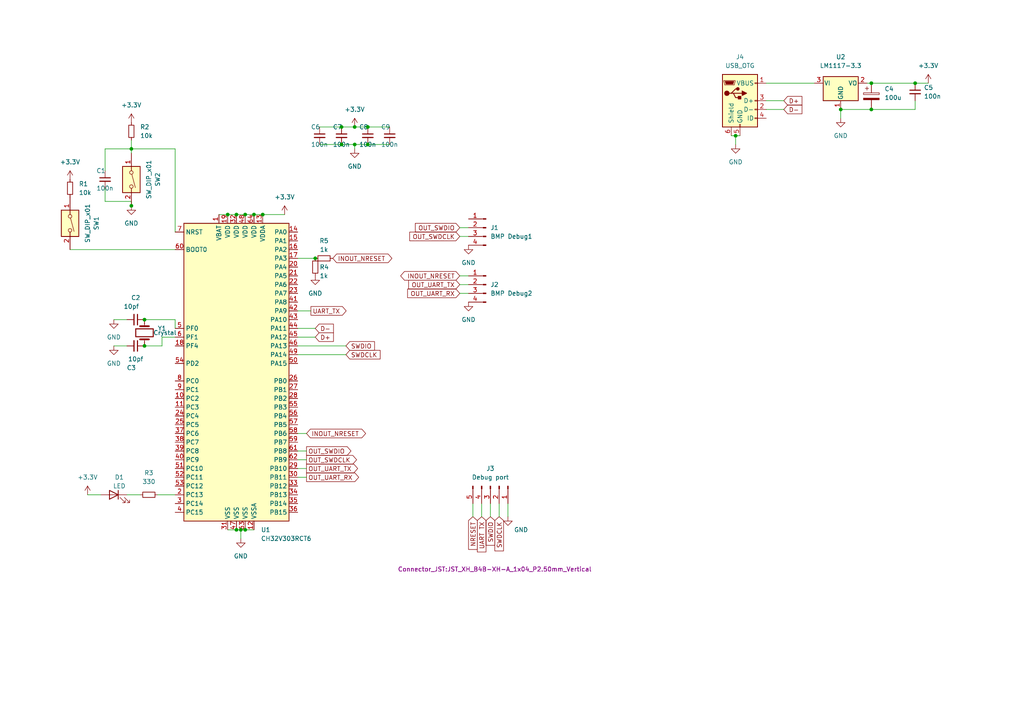
<source format=kicad_sch>
(kicad_sch (version 20230409) (generator eeschema)
  (paper "A4")
  (lib_symbols
    (symbol "Connector:Conn_01x04_Male" (pin_names (offset 1.016) hide)
      (property "Reference" "J" (at 0 5.08 0))
      (property "Value" "Conn_01x04_Male" (at 0 -7.62 0))
      (symbol "Conn_01x04_Male_1_1"
        (polyline (pts (xy 1.27 -5.08) (xy 0.8636 -5.08)) (stroke (width 0.1524)))
        (polyline (pts (xy 1.27 -2.54) (xy 0.8636 -2.54)) (stroke (width 0.1524)))
        (polyline (pts (xy 1.27 0) (xy 0.8636 0)) (stroke (width 0.1524)))
        (polyline (pts (xy 1.27 2.54) (xy 0.8636 2.54)) (stroke (width 0.1524)))
        (rectangle (start 0.8636 -4.953) (end 0 -5.207) (stroke (width 0.1524)) (fill (type outline)))
        (rectangle (start 0.8636 -2.413) (end 0 -2.667) (stroke (width 0.1524)) (fill (type outline)))
        (rectangle (start 0.8636 0.127) (end 0 -0.127) (stroke (width 0.1524)) (fill (type outline)))
        (rectangle (start 0.8636 2.667) (end 0 2.413) (stroke (width 0.1524)) (fill (type outline)))
        (pin passive line (at 5.08 2.54 180) (length 3.81) (name "Pin_1") (number "1"))
        (pin passive line (at 5.08 0 180) (length 3.81) (name "Pin_2") (number "2"))
        (pin passive line (at 5.08 -2.54 180) (length 3.81) (name "Pin_3") (number "3"))
        (pin passive line (at 5.08 -5.08 180) (length 3.81) (name "Pin_4") (number "4"))
      )
    )
    (symbol "Connector:Conn_01x05_Male" (pin_names (offset 1.016) hide)
      (property "Reference" "J" (at 0 7.62 0))
      (property "Value" "Conn_01x05_Male" (at 0 -7.62 0))
      (symbol "Conn_01x05_Male_1_1"
        (polyline (pts (xy 1.27 -5.08) (xy 0.8636 -5.08)) (stroke (width 0.1524)))
        (polyline (pts (xy 1.27 -2.54) (xy 0.8636 -2.54)) (stroke (width 0.1524)))
        (polyline (pts (xy 1.27 0) (xy 0.8636 0)) (stroke (width 0.1524)))
        (polyline (pts (xy 1.27 2.54) (xy 0.8636 2.54)) (stroke (width 0.1524)))
        (polyline (pts (xy 1.27 5.08) (xy 0.8636 5.08)) (stroke (width 0.1524)))
        (rectangle (start 0.8636 -4.953) (end 0 -5.207) (stroke (width 0.1524)) (fill (type outline)))
        (rectangle (start 0.8636 -2.413) (end 0 -2.667) (stroke (width 0.1524)) (fill (type outline)))
        (rectangle (start 0.8636 0.127) (end 0 -0.127) (stroke (width 0.1524)) (fill (type outline)))
        (rectangle (start 0.8636 2.667) (end 0 2.413) (stroke (width 0.1524)) (fill (type outline)))
        (rectangle (start 0.8636 5.207) (end 0 4.953) (stroke (width 0.1524)) (fill (type outline)))
        (pin passive line (at 5.08 5.08 180) (length 3.81) (name "Pin_1") (number "1"))
        (pin passive line (at 5.08 2.54 180) (length 3.81) (name "Pin_2") (number "2"))
        (pin passive line (at 5.08 0 180) (length 3.81) (name "Pin_3") (number "3"))
        (pin passive line (at 5.08 -2.54 180) (length 3.81) (name "Pin_4") (number "4"))
        (pin passive line (at 5.08 -5.08 180) (length 3.81) (name "Pin_5") (number "5"))
      )
    )
    (symbol "Connector:USB_OTG" (pin_names (offset 1.016))
      (property "Reference" "J" (at -5.08 11.43 0))
      (property "Value" "USB_OTG" (at -5.08 8.89 0))
      (symbol "USB_OTG_0_1"
        (rectangle (start -5.08 -7.62) (end 5.08 7.62) (stroke (width 0.254)) (fill (type background)))
        (circle (center -3.81 2.159) (radius 0.635) (stroke (width 0.254)) (fill (type outline)))
        (circle (center -0.635 3.429) (radius 0.381) (stroke (width 0.254)) (fill (type outline)))
        (rectangle (start -0.127 -7.62) (end 0.127 -6.858))
        (polyline (pts (xy -1.905 2.159) (xy 0.635 2.159)) (stroke (width 0.254)))
        (polyline (pts (xy -3.175 2.159) (xy -2.54 2.159) (xy -1.27 3.429) (xy -0.635 3.429)) (stroke (width 0.254)))
        (polyline (pts (xy -2.54 2.159) (xy -1.905 2.159) (xy -1.27 0.889) (xy 0 0.889)) (stroke (width 0.254)))
        (polyline (pts (xy 0.635 2.794) (xy 0.635 1.524) (xy 1.905 2.159) (xy 0.635 2.794)) (stroke (width 0.254)) (fill (type outline)))
        (polyline (pts (xy -4.318 5.588) (xy -1.778 5.588) (xy -2.032 4.826) (xy -4.064 4.826) (xy -4.318 5.588)) (fill (type outline)))
        (polyline (pts (xy -4.699 5.842) (xy -4.699 5.588) (xy -4.445 4.826) (xy -4.445 4.572) (xy -1.651 4.572) (xy -1.651 4.826) (xy -1.397 5.588) (xy -1.397 5.842) (xy -4.699 5.842)))
        (rectangle (start 0.254 1.27) (end -0.508 0.508) (stroke (width 0.254)) (fill (type outline)))
        (rectangle (start 5.08 -5.207) (end 4.318 -4.953))
        (rectangle (start 5.08 -2.667) (end 4.318 -2.413))
        (rectangle (start 5.08 -0.127) (end 4.318 0.127))
        (rectangle (start 5.08 4.953) (end 4.318 5.207))
      )
      (symbol "USB_OTG_1_1"
        (pin passive line (at 7.62 5.08 180) (length 2.54) (name "VBUS") (number "1"))
        (pin bidirectional line (at 7.62 -2.54 180) (length 2.54) (name "D-") (number "2"))
        (pin bidirectional line (at 7.62 0 180) (length 2.54) (name "D+") (number "3"))
        (pin passive line (at 7.62 -5.08 180) (length 2.54) (name "ID") (number "4"))
        (pin passive line (at 0 -10.16 90) (length 2.54) (name "GND") (number "5"))
        (pin passive line (at -2.54 -10.16 90) (length 2.54) (name "Shield") (number "6"))
      )
    )
    (symbol "Device:C_Polarized" (pin_numbers hide) (pin_names (offset 0.254))
      (property "Reference" "C" (at 0.635 2.54 0))
      (property "Value" "C_Polarized" (at 0.635 -2.54 0))
      (symbol "C_Polarized_0_1"
        (rectangle (start -2.286 0.508) (end 2.286 1.016))
        (polyline (pts (xy -1.778 2.286) (xy -0.762 2.286)))
        (polyline (pts (xy -1.27 2.794) (xy -1.27 1.778)))
        (rectangle (start 2.286 -0.508) (end -2.286 -1.016) (fill (type outline)))
      )
      (symbol "C_Polarized_1_1"
        (pin passive line (at 0 3.81 270) (length 2.794) (name "~") (number "1"))
        (pin passive line (at 0 -3.81 90) (length 2.794) (name "~") (number "2"))
      )
    )
    (symbol "Device:C_Small" (pin_numbers hide) (pin_names (offset 0.254) hide)
      (property "Reference" "C" (at 0.254 1.778 0))
      (property "Value" "C_Small" (at 0.254 -2.032 0))
      (symbol "C_Small_0_1"
        (polyline (pts (xy -1.524 -0.508) (xy 1.524 -0.508)) (stroke (width 0.3302)))
        (polyline (pts (xy -1.524 0.508) (xy 1.524 0.508)) (stroke (width 0.3048)))
      )
      (symbol "C_Small_1_1"
        (pin passive line (at 0 2.54 270) (length 2.032) (name "~") (number "1"))
        (pin passive line (at 0 -2.54 90) (length 2.032) (name "~") (number "2"))
      )
    )
    (symbol "Device:Crystal" (pin_numbers hide) (pin_names (offset 1.016) hide)
      (property "Reference" "Y" (at 0 3.81 0))
      (property "Value" "Crystal" (at 0 -3.81 0))
      (symbol "Crystal_0_1"
        (rectangle (start -1.143 2.54) (end 1.143 -2.54) (stroke (width 0.3048)))
        (polyline (pts (xy -2.54 0) (xy -1.905 0)))
        (polyline (pts (xy -1.905 -1.27) (xy -1.905 1.27)) (stroke (width 0.508)))
        (polyline (pts (xy 1.905 -1.27) (xy 1.905 1.27)) (stroke (width 0.508)))
        (polyline (pts (xy 2.54 0) (xy 1.905 0)))
      )
      (symbol "Crystal_1_1"
        (pin passive line (at -3.81 0 0) (length 1.27) (name "1") (number "1"))
        (pin passive line (at 3.81 0 180) (length 1.27) (name "2") (number "2"))
      )
    )
    (symbol "Device:LED" (pin_numbers hide) (pin_names (offset 1.016) hide)
      (property "Reference" "D" (at 0 2.54 0))
      (property "Value" "LED" (at 0 -2.54 0))
      (symbol "LED_0_1"
        (polyline (pts (xy -1.27 -1.27) (xy -1.27 1.27)) (stroke (width 0.254)))
        (polyline (pts (xy -1.27 0) (xy 1.27 0)))
        (polyline (pts (xy 1.27 -1.27) (xy 1.27 1.27) (xy -1.27 0) (xy 1.27 -1.27)) (stroke (width 0.254)))
        (polyline (pts (xy -3.048 -0.762) (xy -4.572 -2.286) (xy -3.81 -2.286) (xy -4.572 -2.286) (xy -4.572 -1.524)))
        (polyline (pts (xy -1.778 -0.762) (xy -3.302 -2.286) (xy -2.54 -2.286) (xy -3.302 -2.286) (xy -3.302 -1.524)))
      )
      (symbol "LED_1_1"
        (pin passive line (at -3.81 0 0) (length 2.54) (name "K") (number "1"))
        (pin passive line (at 3.81 0 180) (length 2.54) (name "A") (number "2"))
      )
    )
    (symbol "Device:R_Small" (pin_numbers hide) (pin_names (offset 0.254) hide)
      (property "Reference" "R" (at 0.762 0.508 0))
      (property "Value" "R_Small" (at 0.762 -1.016 0))
      (symbol "R_Small_0_1"
        (rectangle (start -0.762 1.778) (end 0.762 -1.778) (stroke (width 0.2032)))
      )
      (symbol "R_Small_1_1"
        (pin passive line (at 0 2.54 270) (length 0.762) (name "~") (number "1"))
        (pin passive line (at 0 -2.54 90) (length 0.762) (name "~") (number "2"))
      )
    )
    (symbol "MCU_ST_STM32F3:STM32F303RCTx"
      (property "Reference" "U" (at -15.24 44.45 0))
      (property "Value" "STM32F303RCTx" (at 10.16 44.45 0))
      (symbol "STM32F303RCTx_0_1"
        (rectangle (start -15.24 -43.18) (end 15.24 43.18) (stroke (width 0.254)) (fill (type background)))
      )
      (symbol "STM32F303RCTx_1_1"
        (pin power_in line (at -5.08 45.72 270) (length 2.54) (name "VBAT") (number "1"))
        (pin bidirectional line (at -17.78 -7.62 0) (length 2.54) (name "PC2") (number "10"))
        (pin bidirectional line (at -17.78 -10.16 0) (length 2.54) (name "PC3") (number "11"))
        (pin power_in line (at 5.08 -45.72 90) (length 2.54) (name "VSSA") (number "12"))
        (pin power_in line (at 7.62 45.72 270) (length 2.54) (name "VDDA") (number "13"))
        (pin bidirectional line (at 17.78 40.64 180) (length 2.54) (name "PA0") (number "14"))
        (pin bidirectional line (at 17.78 38.1 180) (length 2.54) (name "PA1") (number "15"))
        (pin bidirectional line (at 17.78 35.56 180) (length 2.54) (name "PA2") (number "16"))
        (pin bidirectional line (at 17.78 33.02 180) (length 2.54) (name "PA3") (number "17"))
        (pin bidirectional line (at -17.78 7.62 0) (length 2.54) (name "PF4") (number "18"))
        (pin power_in line (at -2.54 45.72 270) (length 2.54) (name "VDD") (number "19"))
        (pin bidirectional line (at -17.78 -35.56 0) (length 2.54) (name "PC13") (number "2"))
        (pin bidirectional line (at 17.78 30.48 180) (length 2.54) (name "PA4") (number "20"))
        (pin bidirectional line (at 17.78 27.94 180) (length 2.54) (name "PA5") (number "21"))
        (pin bidirectional line (at 17.78 25.4 180) (length 2.54) (name "PA6") (number "22"))
        (pin bidirectional line (at 17.78 22.86 180) (length 2.54) (name "PA7") (number "23"))
        (pin bidirectional line (at -17.78 -12.7 0) (length 2.54) (name "PC4") (number "24"))
        (pin bidirectional line (at -17.78 -15.24 0) (length 2.54) (name "PC5") (number "25"))
        (pin bidirectional line (at 17.78 -2.54 180) (length 2.54) (name "PB0") (number "26"))
        (pin bidirectional line (at 17.78 -5.08 180) (length 2.54) (name "PB1") (number "27"))
        (pin bidirectional line (at 17.78 -7.62 180) (length 2.54) (name "PB2") (number "28"))
        (pin bidirectional line (at 17.78 -27.94 180) (length 2.54) (name "PB10") (number "29"))
        (pin bidirectional line (at -17.78 -38.1 0) (length 2.54) (name "PC14") (number "3"))
        (pin bidirectional line (at 17.78 -30.48 180) (length 2.54) (name "PB11") (number "30"))
        (pin power_in line (at -2.54 -45.72 90) (length 2.54) (name "VSS") (number "31"))
        (pin power_in line (at 0 45.72 270) (length 2.54) (name "VDD") (number "32"))
        (pin bidirectional line (at 17.78 -33.02 180) (length 2.54) (name "PB12") (number "33"))
        (pin bidirectional line (at 17.78 -35.56 180) (length 2.54) (name "PB13") (number "34"))
        (pin bidirectional line (at 17.78 -38.1 180) (length 2.54) (name "PB14") (number "35"))
        (pin bidirectional line (at 17.78 -40.64 180) (length 2.54) (name "PB15") (number "36"))
        (pin bidirectional line (at -17.78 -17.78 0) (length 2.54) (name "PC6") (number "37"))
        (pin bidirectional line (at -17.78 -20.32 0) (length 2.54) (name "PC7") (number "38"))
        (pin bidirectional line (at -17.78 -22.86 0) (length 2.54) (name "PC8") (number "39"))
        (pin bidirectional line (at -17.78 -40.64 0) (length 2.54) (name "PC15") (number "4"))
        (pin bidirectional line (at -17.78 -25.4 0) (length 2.54) (name "PC9") (number "40"))
        (pin bidirectional line (at 17.78 20.32 180) (length 2.54) (name "PA8") (number "41"))
        (pin bidirectional line (at 17.78 17.78 180) (length 2.54) (name "PA9") (number "42"))
        (pin bidirectional line (at 17.78 15.24 180) (length 2.54) (name "PA10") (number "43"))
        (pin bidirectional line (at 17.78 12.7 180) (length 2.54) (name "PA11") (number "44"))
        (pin bidirectional line (at 17.78 10.16 180) (length 2.54) (name "PA12") (number "45"))
        (pin bidirectional line (at 17.78 7.62 180) (length 2.54) (name "PA13") (number "46"))
        (pin power_in line (at 0 -45.72 90) (length 2.54) (name "VSS") (number "47"))
        (pin power_in line (at 2.54 45.72 270) (length 2.54) (name "VDD") (number "48"))
        (pin bidirectional line (at 17.78 5.08 180) (length 2.54) (name "PA14") (number "49"))
        (pin input line (at -17.78 12.7 0) (length 2.54) (name "PF0") (number "5"))
        (pin bidirectional line (at 17.78 2.54 180) (length 2.54) (name "PA15") (number "50"))
        (pin bidirectional line (at -17.78 -27.94 0) (length 2.54) (name "PC10") (number "51"))
        (pin bidirectional line (at -17.78 -30.48 0) (length 2.54) (name "PC11") (number "52"))
        (pin bidirectional line (at -17.78 -33.02 0) (length 2.54) (name "PC12") (number "53"))
        (pin bidirectional line (at -17.78 2.54 0) (length 2.54) (name "PD2") (number "54"))
        (pin bidirectional line (at 17.78 -10.16 180) (length 2.54) (name "PB3") (number "55"))
        (pin bidirectional line (at 17.78 -12.7 180) (length 2.54) (name "PB4") (number "56"))
        (pin bidirectional line (at 17.78 -15.24 180) (length 2.54) (name "PB5") (number "57"))
        (pin bidirectional line (at 17.78 -17.78 180) (length 2.54) (name "PB6") (number "58"))
        (pin bidirectional line (at 17.78 -20.32 180) (length 2.54) (name "PB7") (number "59"))
        (pin input line (at -17.78 10.16 0) (length 2.54) (name "PF1") (number "6"))
        (pin input line (at -17.78 35.56 0) (length 2.54) (name "BOOT0") (number "60"))
        (pin bidirectional line (at 17.78 -22.86 180) (length 2.54) (name "PB8") (number "61"))
        (pin bidirectional line (at 17.78 -25.4 180) (length 2.54) (name "PB9") (number "62"))
        (pin power_in line (at 2.54 -45.72 90) (length 2.54) (name "VSS") (number "63"))
        (pin power_in line (at 5.08 45.72 270) (length 2.54) (name "VDD") (number "64"))
        (pin input line (at -17.78 40.64 0) (length 2.54) (name "NRST") (number "7"))
        (pin bidirectional line (at -17.78 -2.54 0) (length 2.54) (name "PC0") (number "8"))
        (pin bidirectional line (at -17.78 -5.08 0) (length 2.54) (name "PC1") (number "9"))
      )
    )
    (symbol "Regulator_Linear:LM1117-3.3" (pin_names (offset 0.254))
      (property "Reference" "U" (at -3.81 3.175 0))
      (property "Value" "LM1117-3.3" (at 0 3.175 0))
      (symbol "LM1117-3.3_0_1"
        (rectangle (start -5.08 -5.08) (end 5.08 1.905) (stroke (width 0.254)) (fill (type background)))
      )
      (symbol "LM1117-3.3_1_1"
        (pin power_in line (at 0 -7.62 90) (length 2.54) (name "GND") (number "1"))
        (pin power_out line (at 7.62 0 180) (length 2.54) (name "VO") (number "2"))
        (pin power_in line (at -7.62 0 0) (length 2.54) (name "VI") (number "3"))
      )
    )
    (symbol "Switch:SW_DIP_x01" (pin_names (offset 0) hide)
      (property "Reference" "SW" (at 0 3.81 0))
      (property "Value" "SW_DIP_x01" (at 0 -3.81 0))
      (symbol "SW_DIP_x01_0_0"
        (circle (center -2.032 0) (radius 0.508))
        (polyline (pts (xy -1.524 0.127) (xy 2.3622 1.1684)))
        (circle (center 2.032 0) (radius 0.508))
      )
      (symbol "SW_DIP_x01_0_1"
        (rectangle (start -3.81 2.54) (end 3.81 -2.54) (stroke (width 0.254)) (fill (type background)))
      )
      (symbol "SW_DIP_x01_1_1"
        (pin passive line (at -7.62 0 0) (length 5.08) (name "~") (number "1"))
        (pin passive line (at 7.62 0 180) (length 5.08) (name "~") (number "2"))
      )
    )
    (symbol "power:+3.3V" (power) (pin_names (offset 0))
      (property "Value" "+3.3V" (at 0 3.556 0))
      (symbol "+3.3V_0_1"
        (polyline (pts (xy -0.762 1.27) (xy 0 2.54)))
        (polyline (pts (xy 0 0) (xy 0 2.54)))
        (polyline (pts (xy 0 2.54) (xy 0.762 1.27)))
      )
      (symbol "+3.3V_1_1"
        (pin power_in line (at 0 0 90) (length 0) hide (name "+3.3V") (number "1"))
      )
    )
    (symbol "power:GND" (power) (pin_names (offset 0))
      (property "Value" "GND" (at 0 -3.81 0))
      (symbol "GND_0_1"
        (polyline (pts (xy 0 0) (xy 0 -1.27) (xy 1.27 -1.27) (xy 0 -2.54) (xy -1.27 -1.27) (xy 0 -1.27)))
      )
      (symbol "GND_1_1"
        (pin power_in line (at 0 0 270) (length 0) hide (name "GND") (number "1"))
      )
    )
  )
  (junction (at 99.06 41.91))
  (junction (at 106.68 36.83))
  (junction (at 68.58 153.67))
  (junction (at 71.12 153.67))
  (junction (at 73.66 62.23))
  (junction (at 99.06 36.83))
  (junction (at 38.1 43.18))
  (junction (at 69.85 153.67))
  (junction (at 102.87 36.83))
  (junction (at 41.91 92.71))
  (junction (at 252.73 24.13))
  (junction (at 68.58 62.23))
  (junction (at 243.84 31.75))
  (junction (at 76.2 62.23))
  (junction (at 71.12 62.23))
  (junction (at 265.43 24.13))
  (junction (at 91.44 74.93))
  (junction (at 252.73 31.75))
  (junction (at 106.68 41.91))
  (junction (at 38.1 59.69))
  (junction (at 66.04 62.23))
  (junction (at 213.36 39.37))
  (junction (at 41.91 100.33))
  (junction (at 102.87 41.91))
  (wire (pts (xy 99.06 41.91) (xy 102.87 41.91)))
  (wire (pts (xy 252.73 31.75) (xy 265.43 31.75)))
  (wire (pts (xy 66.04 153.67) (xy 68.58 153.67)))
  (wire (pts (xy 38.1 40.64) (xy 38.1 43.18)))
  (wire (pts (xy 243.84 31.75) (xy 252.73 31.75)))
  (wire (pts (xy 222.25 31.75) (xy 227.33 31.75)))
  (wire (pts (xy 252.73 24.13) (xy 265.43 24.13)))
  (wire (pts (xy 38.1 43.18) (xy 50.8 43.18)))
  (wire (pts (xy 222.25 24.13) (xy 236.22 24.13)))
  (wire (pts (xy 20.32 72.39) (xy 50.8 72.39)))
  (wire (pts (xy 69.85 153.67) (xy 71.12 153.67)))
  (wire (pts (xy 46.99 97.79) (xy 46.99 100.33)))
  (wire (pts (xy 133.35 80.01) (xy 135.89 80.01)))
  (wire (pts (xy 265.43 24.13) (xy 269.24 24.13)))
  (wire (pts (xy 265.43 29.21) (xy 265.43 31.75)))
  (wire (pts (xy 243.84 31.75) (xy 243.84 34.29)))
  (wire (pts (xy 142.24 146.05) (xy 142.24 149.86)))
  (wire (pts (xy 38.1 58.42) (xy 38.1 59.69)))
  (wire (pts (xy 144.78 146.05) (xy 144.78 149.86)))
  (wire (pts (xy 71.12 62.23) (xy 73.66 62.23)))
  (wire (pts (xy 213.36 39.37) (xy 214.63 39.37)))
  (wire (pts (xy 76.2 62.23) (xy 82.55 62.23)))
  (wire (pts (xy 30.48 49.53) (xy 30.48 43.18)))
  (wire (pts (xy 36.83 143.51) (xy 40.64 143.51)))
  (wire (pts (xy 30.48 54.61) (xy 30.48 58.42)))
  (wire (pts (xy 133.35 66.04) (xy 135.89 66.04)))
  (wire (pts (xy 86.36 95.25) (xy 91.44 95.25)))
  (wire (pts (xy 41.91 100.33) (xy 46.99 100.33)))
  (wire (pts (xy 63.5 62.23) (xy 66.04 62.23)))
  (wire (pts (xy 102.87 41.91) (xy 106.68 41.91)))
  (wire (pts (xy 102.87 41.91) (xy 102.87 43.18)))
  (wire (pts (xy 68.58 153.67) (xy 69.85 153.67)))
  (wire (pts (xy 30.48 43.18) (xy 38.1 43.18)))
  (wire (pts (xy 86.36 125.73) (xy 88.9 125.73)))
  (wire (pts (xy 86.36 100.33) (xy 100.33 100.33)))
  (wire (pts (xy 38.1 43.18) (xy 38.1 44.45)))
  (wire (pts (xy 133.35 85.09) (xy 135.89 85.09)))
  (wire (pts (xy 102.87 36.83) (xy 106.68 36.83)))
  (wire (pts (xy 139.7 146.05) (xy 139.7 149.86)))
  (wire (pts (xy 30.48 58.42) (xy 38.1 58.42)))
  (wire (pts (xy 86.36 135.89) (xy 88.9 135.89)))
  (wire (pts (xy 33.02 100.33) (xy 36.83 100.33)))
  (wire (pts (xy 213.36 39.37) (xy 213.36 41.91)))
  (wire (pts (xy 86.36 138.43) (xy 88.9 138.43)))
  (wire (pts (xy 92.71 41.91) (xy 99.06 41.91)))
  (wire (pts (xy 69.85 153.67) (xy 69.85 156.21)))
  (wire (pts (xy 86.36 74.93) (xy 91.44 74.93)))
  (wire (pts (xy 25.4 143.51) (xy 29.21 143.51)))
  (wire (pts (xy 222.25 29.21) (xy 227.33 29.21)))
  (wire (pts (xy 73.66 62.23) (xy 76.2 62.23)))
  (wire (pts (xy 147.32 146.05) (xy 147.32 149.86)))
  (wire (pts (xy 68.58 62.23) (xy 71.12 62.23)))
  (wire (pts (xy 50.8 43.18) (xy 50.8 67.31)))
  (wire (pts (xy 86.36 90.17) (xy 90.17 90.17)))
  (wire (pts (xy 133.35 68.58) (xy 135.89 68.58)))
  (wire (pts (xy 212.09 39.37) (xy 213.36 39.37)))
  (wire (pts (xy 137.16 146.05) (xy 137.16 149.86)))
  (wire (pts (xy 86.36 97.79) (xy 91.44 97.79)))
  (wire (pts (xy 106.68 41.91) (xy 113.03 41.91)))
  (wire (pts (xy 71.12 153.67) (xy 73.66 153.67)))
  (wire (pts (xy 106.68 36.83) (xy 113.03 36.83)))
  (wire (pts (xy 45.72 143.51) (xy 50.8 143.51)))
  (wire (pts (xy 86.36 102.87) (xy 100.33 102.87)))
  (wire (pts (xy 251.46 24.13) (xy 252.73 24.13)))
  (wire (pts (xy 50.8 97.79) (xy 46.99 97.79)))
  (wire (pts (xy 99.06 36.83) (xy 102.87 36.83)))
  (wire (pts (xy 50.8 95.25) (xy 50.8 92.71)))
  (wire (pts (xy 86.36 133.35) (xy 88.9 133.35)))
  (wire (pts (xy 66.04 62.23) (xy 68.58 62.23)))
  (wire (pts (xy 41.91 92.71) (xy 50.8 92.71)))
  (wire (pts (xy 33.02 92.71) (xy 36.83 92.71)))
  (wire (pts (xy 133.35 82.55) (xy 135.89 82.55)))
  (wire (pts (xy 86.36 130.81) (xy 88.9 130.81)))
  (wire (pts (xy 92.71 36.83) (xy 99.06 36.83)))
  (global_label "SWDCLK" (shape input) (at 100.33 102.87 0) (property "Intersheetrefs" "${INTERSHEET_REFS}" (effects hide)))
  (global_label "OUT_SWDIO" (shape input) (at 133.35 66.04 180) (property "Intersheetrefs" "${INTERSHEET_REFS}" (effects hide)))
  (global_label "D-" (shape input) (at 91.44 95.25 0) (property "Intersheetrefs" "${INTERSHEET_REFS}" (effects hide)))
  (global_label "OUT_UART_RX" (shape input) (at 133.35 85.09 180) (property "Intersheetrefs" "${INTERSHEET_REFS}" (effects hide)))
  (global_label "OUT_UART_RX" (shape output) (at 88.9 138.43 0) (property "Intersheetrefs" "${INTERSHEET_REFS}" (effects hide)))
  (global_label "OUT_SWDCLK" (shape input) (at 133.35 68.58 180) (property "Intersheetrefs" "${INTERSHEET_REFS}" (effects hide)))
  (global_label "OUT_UART_TX" (shape output) (at 88.9 135.89 0) (property "Intersheetrefs" "${INTERSHEET_REFS}" (effects hide)))
  (global_label "UART_TX" (shape output) (at 90.17 90.17 0) (property "Intersheetrefs" "${INTERSHEET_REFS}" (effects hide)))
  (global_label "OUT_SWDCLK" (shape output) (at 88.9 133.35 0) (property "Intersheetrefs" "${INTERSHEET_REFS}" (effects hide)))
  (global_label "UART TX" (shape input) (at 139.7 149.86 270) (property "Intersheetrefs" "${INTERSHEET_REFS}" (effects hide)))
  (global_label "OUT_UART_TX" (shape input) (at 133.35 82.55 180) (property "Intersheetrefs" "${INTERSHEET_REFS}" (effects hide)))
  (global_label "D+" (shape input) (at 91.44 97.79 0) (property "Intersheetrefs" "${INTERSHEET_REFS}" (effects hide)))
  (global_label "SWDCLK" (shape input) (at 144.78 149.86 270) (property "Intersheetrefs" "${INTERSHEET_REFS}" (effects hide)))
  (global_label "SWDIO" (shape input) (at 142.24 149.86 270) (property "Intersheetrefs" "${INTERSHEET_REFS}" (effects hide)))
  (global_label "INOUT_NRESET" (shape bidirectional) (at 88.9 125.73 0) (property "Intersheetrefs" "${INTERSHEET_REFS}" (effects hide)))
  (global_label "OUT_SWDIO" (shape output) (at 88.9 130.81 0) (property "Intersheetrefs" "${INTERSHEET_REFS}" (effects hide)))
  (global_label "SWDIO" (shape input) (at 100.33 100.33 0) (property "Intersheetrefs" "${INTERSHEET_REFS}" (effects hide)))
  (global_label "INOUT_NRESET" (shape bidirectional) (at 133.35 80.01 180) (property "Intersheetrefs" "${INTERSHEET_REFS}" (effects hide)))
  (global_label "D+" (shape input) (at 227.33 29.21 0) (property "Intersheetrefs" "${INTERSHEET_REFS}" (effects hide)))
  (global_label "D-" (shape input) (at 227.33 31.75 0) (property "Intersheetrefs" "${INTERSHEET_REFS}" (effects hide)))
  (global_label "NRESET" (shape input) (at 137.16 149.86 270) (property "Intersheetrefs" "${INTERSHEET_REFS}" (effects hide)))
  (global_label "INOUT_NRESET" (shape bidirectional) (at 96.52 74.93 0) (property "Intersheetrefs" "${INTERSHEET_REFS}" (effects hide)))
  (symbol (lib_id "Device:C_Small") (at 106.68 39.37 0) (unit 1)
    (property "Reference" "C8" (at 104.14 36.83 0) (effects (justify left)))
    (property "Value" "100n" (at 104.14 41.91 0) (effects (justify left)))
    (property "Footprint" "Capacitor_SMD:C_0402_1005Metric" (effects hide))
  )
  (symbol (lib_id "Device:C_Small") (at 39.37 100.33 270) (unit 1)
    (property "Reference" "C3" (at 38.1 106.68 90))
    (property "Value" "10pf" (at 39.37 104.14 90))
    (property "Footprint" "Capacitor_SMD:C_0402_1005Metric" (effects hide))
  )
  (symbol (lib_id "power:GND") (at 213.36 41.91 0) (unit 1)
    (property "Reference" "#PWR013" (effects hide))
    (property "Value" "GND" (at 213.36 46.99 0))
  )
  (symbol (lib_id "Switch:SW_DIP_x01") (at 38.1 52.07 270) (unit 1)
    (property "Reference" "SW2" (at 45.72 52.07 0))
    (property "Value" "SW_DIP_x01" (at 43.18 52.07 0))
    (property "Footprint" "Button_Switch_SMD:SW_SPST_B3U-3000P-B" (effects hide))
  )
  (symbol (lib_id "Device:R_Small") (at 20.32 54.61 0) (unit 1)
    (property "Reference" "R1" (at 22.86 53.3399 0) (effects (justify left)))
    (property "Value" "10k" (at 22.86 55.8799 0) (effects (justify left)))
    (property "Footprint" "Resistor_SMD:R_0402_1005Metric" (effects hide))
  )
  (symbol (lib_id "power:GND") (at 135.89 87.63 0) (unit 1)
    (property "Reference" "#PWR011" (effects hide))
    (property "Value" "GND" (at 135.89 92.71 0))
  )
  (symbol (lib_id "power:GND") (at 243.84 34.29 0) (unit 1)
    (property "Reference" "#PWR014" (effects hide))
    (property "Value" "GND" (at 243.84 39.37 0))
  )
  (symbol (lib_id "power:GND") (at 135.89 71.12 0) (unit 1)
    (property "Reference" "#PWR010" (effects hide))
    (property "Value" "GND" (at 135.89 76.2 0))
  )
  (symbol (lib_id "Device:C_Small") (at 113.03 39.37 0) (unit 1)
    (property "Reference" "C9" (at 110.49 36.83 0) (effects (justify left)))
    (property "Value" "100n" (at 110.49 41.91 0) (effects (justify left)))
    (property "Footprint" "Capacitor_SMD:C_0402_1005Metric" (effects hide))
  )
  (symbol (lib_id "Connector:Conn_01x04_Male") (at 140.97 82.55 0) (mirror y) (unit 1)
    (property "Reference" "J2" (at 142.24 82.5499 0) (effects (justify right)))
    (property "Value" "BMP Debug2" (at 142.24 85.0899 0) (effects (justify right)))
    (property "Footprint" "Connector_JST:JST_XH_B4B-XH-A_1x04_P2.50mm_Vertical" (effects hide))
  )
  (symbol (lib_id "Device:C_Small") (at 265.43 26.67 0) (unit 1)
    (property "Reference" "C5" (at 267.97 25.4062 0) (effects (justify left)))
    (property "Value" "100n" (at 267.97 27.9462 0) (effects (justify left)))
    (property "Footprint" "Capacitor_SMD:C_0402_1005Metric" (effects hide))
  )
  (symbol (lib_id "Device:LED") (at 33.02 143.51 0) (mirror y) (unit 1)
    (property "Reference" "D1" (at 34.6075 138.43 0))
    (property "Value" "LED" (at 34.6075 140.97 0))
    (property "Footprint" "Diode_SMD:D_0805_2012Metric" (effects hide))
  )
  (symbol (lib_id "power:+3.3V") (at 269.24 24.13 0) (unit 1)
    (property "Reference" "#PWR015" (effects hide))
    (property "Value" "+3.3V" (at 269.24 19.05 0))
  )
  (symbol (lib_id "Regulator_Linear:LM1117-3.3") (at 243.84 24.13 0) (unit 1)
    (property "Reference" "U2" (at 243.84 16.51 0))
    (property "Value" "LM1117-3.3" (at 243.84 19.05 0))
    (property "Footprint" "Package_TO_SOT_SMD:SOT-223" (effects hide))
    (property "Datasheet" "http://www.ti.com/lit/ds/symlink/lm1117.pdf" (effects hide))
  )
  (symbol (lib_id "Device:C_Polarized") (at 252.73 27.94 0) (unit 1)
    (property "Reference" "C4" (at 256.54 25.7809 0) (effects (justify left)))
    (property "Value" "100u" (at 256.54 28.3209 0) (effects (justify left)))
    (property "Footprint" "Capacitor_THT:CP_Radial_D4.0mm_P2.00mm" (effects hide))
  )
  (symbol (lib_id "Device:C_Small") (at 99.06 39.37 0) (unit 1)
    (property "Reference" "C7" (at 96.52 36.83 0) (effects (justify left)))
    (property "Value" "100n" (at 96.52 41.91 0) (effects (justify left)))
    (property "Footprint" "Capacitor_SMD:C_0402_1005Metric" (effects hide))
  )
  (symbol (lib_id "power:+3.3V") (at 102.87 36.83 0) (unit 1)
    (property "Reference" "#PWR016" (effects hide))
    (property "Value" "+3.3V" (at 102.87 31.75 0))
  )
  (symbol (lib_id "power:+3.3V") (at 25.4 143.51 0) (unit 1)
    (property "Reference" "#PWR02" (effects hide))
    (property "Value" "+3.3V" (at 25.4 138.43 0))
  )
  (symbol (lib_id "Device:R_Small") (at 38.1 38.1 0) (unit 1)
    (property "Reference" "R2" (at 40.64 36.8299 0) (effects (justify left)))
    (property "Value" "10k" (at 40.64 39.3699 0) (effects (justify left)))
    (property "Footprint" "Resistor_SMD:R_0402_1005Metric" (effects hide))
  )
  (symbol (lib_id "MCU_ST_STM32F3:STM32F303RCTx") (at 68.58 107.95 0) (unit 1)
    (property "Reference" "U1" (at 75.6794 153.67 0) (effects (justify left)))
    (property "Value" "CH32V303RCT6" (at 75.6794 156.21 0) (effects (justify left)))
    (property "Footprint" "Package_QFP:LQFP-64_10x10mm_P0.5mm" (effects hide))
    (property "Datasheet" "http://www.st.com/st-web-ui/static/active/en/resource/technical/document/datasheet/DM00058181.pdf" (effects hide))
  )
  (symbol (lib_id "power:GND") (at 69.85 156.21 0) (unit 1)
    (property "Reference" "#PWR07" (effects hide))
    (property "Value" "GND" (at 69.85 161.29 0))
  )
  (symbol (lib_id "Connector:Conn_01x04_Male") (at 140.97 66.04 0) (mirror y) (unit 1)
    (property "Reference" "J1" (at 142.24 66.0399 0) (effects (justify right)))
    (property "Value" "BMP Debug1" (at 142.24 68.5799 0) (effects (justify right)))
    (property "Footprint" "Connector_JST:JST_XH_B4B-XH-A_1x04_P2.50mm_Vertical" (effects hide))
  )
  (symbol (lib_id "Device:C_Small") (at 92.71 39.37 0) (unit 1)
    (property "Reference" "C6" (at 90.17 36.83 0) (effects (justify left)))
    (property "Value" "100n" (at 90.17 41.91 0) (effects (justify left)))
    (property "Footprint" "Capacitor_SMD:C_0402_1005Metric" (effects hide))
  )
  (symbol (lib_id "Connector:Conn_01x05_Male") (at 142.24 140.97 270) (unit 1)
    (property "Reference" "J3" (at 142.24 135.89 90))
    (property "Value" "Debug port" (at 142.24 138.43 90))
    (property "Footprint" "Connector_JST:JST_XH_B4B-XH-A_1x04_P2.50mm_Vertical" (at 143.51 165.1 90))
  )
  (symbol (lib_id "Device:C_Small") (at 30.48 52.07 0) (unit 1)
    (property "Reference" "C1" (at 27.94 49.53 0) (effects (justify left)))
    (property "Value" "100n" (at 27.94 54.61 0) (effects (justify left)))
    (property "Footprint" "Capacitor_SMD:C_0402_1005Metric" (effects hide))
  )
  (symbol (lib_id "power:GND") (at 33.02 92.71 0) (unit 1)
    (property "Reference" "#PWR03" (effects hide))
    (property "Value" "GND" (at 33.02 97.79 0))
  )
  (symbol (lib_id "power:GND") (at 33.02 100.33 0) (unit 1)
    (property "Reference" "#PWR04" (effects hide))
    (property "Value" "GND" (at 33.02 105.41 0))
  )
  (symbol (lib_id "Device:Crystal") (at 41.91 96.52 270) (unit 1)
    (property "Reference" "Y1" (at 45.72 95.2499 90) (effects (justify left)))
    (property "Value" "Crystal" (at 44.45 96.52 90) (effects (justify left)))
    (property "Footprint" "Crystal:Crystal_HC49-U_Vertical" (effects hide))
  )
  (symbol (lib_id "Device:R_Small") (at 91.44 77.47 180) (unit 1)
    (property "Reference" "R4" (at 92.71 77.47 0) (effects (justify right)))
    (property "Value" "1k" (at 92.71 80.01 0) (effects (justify right)))
    (property "Footprint" "Resistor_SMD:R_0402_1005Metric" (effects hide))
  )
  (symbol (lib_id "power:GND") (at 91.44 80.01 0) (unit 1)
    (property "Reference" "#PWR09" (effects hide))
    (property "Value" "GND" (at 91.44 85.09 0))
  )
  (symbol (lib_id "Connector:USB_OTG") (at 214.63 29.21 0) (unit 1)
    (property "Reference" "J4" (at 214.63 16.51 0))
    (property "Value" "USB_OTG" (at 214.63 19.05 0))
    (property "Footprint" "Connector_USB:USB_Micro-B_Wuerth_629105150521" (effects hide))
    (property "Datasheet" " ~" (effects hide))
  )
  (symbol (lib_id "power:GND") (at 102.87 43.18 0) (unit 1)
    (property "Reference" "#PWR017" (effects hide))
    (property "Value" "GND" (at 102.87 48.26 0))
  )
  (symbol (lib_id "power:GND") (at 38.1 59.69 0) (unit 1)
    (property "Reference" "#PWR06" (effects hide))
    (property "Value" "GND" (at 38.1 64.77 0))
  )
  (symbol (lib_id "Device:R_Small") (at 43.18 143.51 270) (unit 1)
    (property "Reference" "R3" (at 43.18 137.16 90))
    (property "Value" "330" (at 43.18 139.7 90))
    (property "Footprint" "Resistor_SMD:R_0402_1005Metric" (effects hide))
  )
  (symbol (lib_id "power:+3.3V") (at 20.32 52.07 0) (unit 1)
    (property "Reference" "#PWR01" (effects hide))
    (property "Value" "+3.3V" (at 20.32 46.99 0))
  )
  (symbol (lib_id "Device:C_Small") (at 39.37 92.71 270) (unit 1)
    (property "Reference" "C2" (at 39.3636 86.36 90))
    (property "Value" "10pf" (at 38.1 88.9 90))
    (property "Footprint" "Capacitor_SMD:C_0402_1005Metric" (effects hide))
  )
  (symbol (lib_id "Switch:SW_DIP_x01") (at 20.32 64.77 270) (unit 1)
    (property "Reference" "SW1" (at 27.94 64.77 0))
    (property "Value" "SW_DIP_x01" (at 25.4 64.77 0))
    (property "Footprint" "Button_Switch_SMD:SW_SPST_B3U-3000P-B" (effects hide))
  )
  (symbol (lib_id "power:GND") (at 147.32 149.86 0) (unit 1)
    (property "Reference" "#PWR012" (effects hide))
    (property "Value" "GND" (at 151.13 153.67 0))
  )
  (symbol (lib_id "Device:R_Small") (at 93.98 74.93 270) (unit 1)
    (property "Reference" "R5" (at 93.98 69.85 90))
    (property "Value" "1k" (at 93.98 72.39 90))
    (property "Footprint" "Resistor_SMD:R_0402_1005Metric" (effects hide))
  )
  (symbol (lib_id "power:+3.3V") (at 38.1 35.56 0) (unit 1)
    (property "Reference" "#PWR05" (effects hide))
    (property "Value" "+3.3V" (at 38.1 30.48 0))
  )
  (symbol (lib_id "power:+3.3V") (at 82.55 62.23 0) (unit 1)
    (property "Reference" "#PWR08" (effects hide))
    (property "Value" "+3.3V" (at 82.55 57.15 0))
  )
)
</source>
